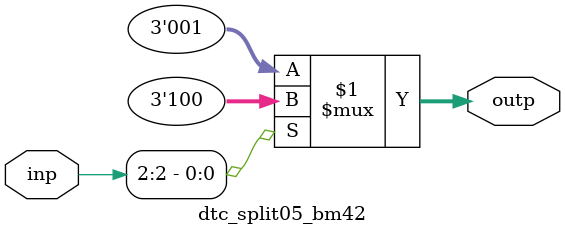
<source format=v>
module dtc_split05_bm42 (
	input  wire [7-1:0] inp,
	output wire [3-1:0] outp
);


	assign outp = (inp[2]) ? 3'b100 : 3'b001;

endmodule
</source>
